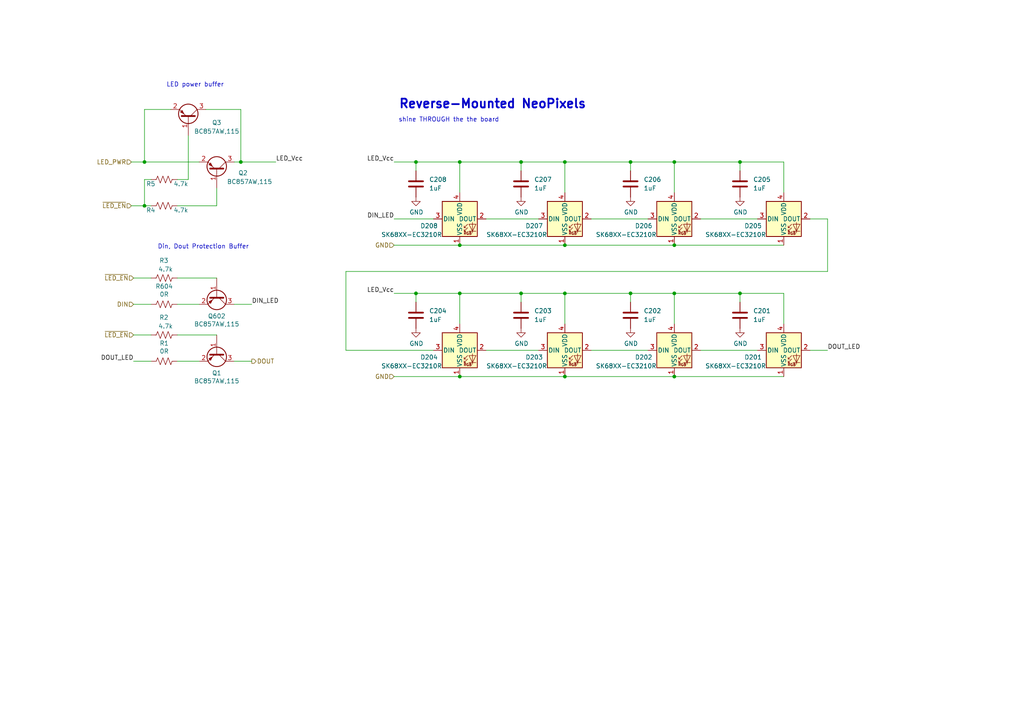
<source format=kicad_sch>
(kicad_sch (version 20230121) (generator eeschema)
  (paper "A4")
  (title_block (title "LED Driver") (date "2021-12-10") (rev "A1") (company "Sierra Lobo, Inc.") (comment 1 "C. Hillis") (comment 2 "C. Kornowski"))
  (lib_symbols
    (symbol "CubeSat_Backplane:SK6812-EC321F" (pin_names (offset 0.254))
      (property "Reference" "D" (at 5.08 5.715 0))
      (property "Value" "SK6812-EC321F" (at 1.27 -5.715 0))
      (symbol "SK6812-EC321F_0_0"
        (text "RGB" (at 2.286 -4.191 0) (effects (font (size 0.762 0.762))))
      )
      (symbol "SK6812-EC321F_0_1"
        (polyline (pts (xy 1.27 -3.556) (xy 1.778 -3.556)))
        (polyline (pts (xy 1.27 -2.54) (xy 1.778 -2.54)))
        (polyline (pts (xy 4.699 -3.556) (xy 2.667 -3.556)))
        (polyline (pts (xy 2.286 -2.54) (xy 1.27 -3.556) (xy 1.27 -3.048)))
        (polyline (pts (xy 2.286 -1.524) (xy 1.27 -2.54) (xy 1.27 -2.032)))
        (polyline (pts (xy 3.683 -1.016) (xy 3.683 -3.556) (xy 3.683 -4.064)))
        (polyline (pts (xy 4.699 -1.524) (xy 2.667 -1.524) (xy 3.683 -3.556) (xy 4.699 -1.524)))
        (rectangle (start 5.08 5.08) (end -5.08 -5.08) (stroke (width 0.254)) (fill (type background)))
      )
      (symbol "SK6812-EC321F_1_1"
        (pin power_in line (at 0 -7.62 90) (length 2.54) (name "VSS") (number "1"))
        (pin output line (at 7.62 0 180) (length 2.54) (name "DOUT") (number "2"))
        (pin input line (at -7.62 0 0) (length 2.54) (name "DIN") (number "3"))
        (pin power_in line (at 0 7.62 270) (length 2.54) (name "VDD") (number "4"))
      )
    )
    (symbol "Device:C" (pin_numbers hide) (pin_names (offset 0.254))
      (property "Reference" "C" (at 0.635 2.54 0))
      (property "Value" "C" (at 0.635 -2.54 0))
      (symbol "C_0_1"
        (polyline (pts (xy -2.032 -0.762) (xy 2.032 -0.762)) (stroke (width 0.508)))
        (polyline (pts (xy -2.032 0.762) (xy 2.032 0.762)) (stroke (width 0.508)))
      )
      (symbol "C_1_1"
        (pin passive line (at 0 3.81 270) (length 2.794) (name "~") (number "1"))
        (pin passive line (at 0 -3.81 90) (length 2.794) (name "~") (number "2"))
      )
    )
    (symbol "SK6812-EC321F_1" (pin_names (offset 0.254))
      (property "Reference" "D" (at 5.08 5.715 0))
      (property "Value" "SK6812-EC321F_1" (at 1.27 -5.715 0))
      (symbol "SK6812-EC321F_1_0_0"
        (text "RGB" (at 2.286 -4.191 0) (effects (font (size 0.762 0.762))))
      )
      (symbol "SK6812-EC321F_1_0_1"
        (polyline (pts (xy 1.27 -3.556) (xy 1.778 -3.556)))
        (polyline (pts (xy 1.27 -2.54) (xy 1.778 -2.54)))
        (polyline (pts (xy 4.699 -3.556) (xy 2.667 -3.556)))
        (polyline (pts (xy 2.286 -2.54) (xy 1.27 -3.556) (xy 1.27 -3.048)))
        (polyline (pts (xy 2.286 -1.524) (xy 1.27 -2.54) (xy 1.27 -2.032)))
        (polyline (pts (xy 3.683 -1.016) (xy 3.683 -3.556) (xy 3.683 -4.064)))
        (polyline (pts (xy 4.699 -1.524) (xy 2.667 -1.524) (xy 3.683 -3.556) (xy 4.699 -1.524)))
        (rectangle (start 5.08 5.08) (end -5.08 -5.08) (stroke (width 0.254)) (fill (type background)))
      )
      (symbol "SK6812-EC321F_1_1_1"
        (pin power_in line (at 0 -7.62 90) (length 2.54) (name "VSS") (number "1"))
        (pin output line (at 7.62 0 180) (length 2.54) (name "DOUT") (number "2"))
        (pin input line (at -7.62 0 0) (length 2.54) (name "DIN") (number "3"))
        (pin power_in line (at 0 7.62 270) (length 2.54) (name "VDD") (number "4"))
      )
    )
    (symbol "SK6812-EC321F_2" (pin_names (offset 0.254))
      (property "Reference" "D" (at 5.08 5.715 0))
      (property "Value" "SK6812-EC321F_2" (at 1.27 -5.715 0))
      (symbol "SK6812-EC321F_2_0_0"
        (text "RGB" (at 2.286 -4.191 0) (effects (font (size 0.762 0.762))))
      )
      (symbol "SK6812-EC321F_2_0_1"
        (polyline (pts (xy 1.27 -3.556) (xy 1.778 -3.556)))
        (polyline (pts (xy 1.27 -2.54) (xy 1.778 -2.54)))
        (polyline (pts (xy 4.699 -3.556) (xy 2.667 -3.556)))
        (polyline (pts (xy 2.286 -2.54) (xy 1.27 -3.556) (xy 1.27 -3.048)))
        (polyline (pts (xy 2.286 -1.524) (xy 1.27 -2.54) (xy 1.27 -2.032)))
        (polyline (pts (xy 3.683 -1.016) (xy 3.683 -3.556) (xy 3.683 -4.064)))
        (polyline (pts (xy 4.699 -1.524) (xy 2.667 -1.524) (xy 3.683 -3.556) (xy 4.699 -1.524)))
        (rectangle (start 5.08 5.08) (end -5.08 -5.08) (stroke (width 0.254)) (fill (type background)))
      )
      (symbol "SK6812-EC321F_2_1_1"
        (pin power_in line (at 0 -7.62 90) (length 2.54) (name "VSS") (number "1"))
        (pin output line (at 7.62 0 180) (length 2.54) (name "DOUT") (number "2"))
        (pin input line (at -7.62 0 0) (length 2.54) (name "DIN") (number "3"))
        (pin power_in line (at 0 7.62 270) (length 2.54) (name "VDD") (number "4"))
      )
    )
    (symbol "SK6812-EC321F_3" (pin_names (offset 0.254))
      (property "Reference" "D" (at 5.08 5.715 0))
      (property "Value" "SK6812-EC321F_3" (at 1.27 -5.715 0))
      (symbol "SK6812-EC321F_3_0_0"
        (text "RGB" (at 2.286 -4.191 0) (effects (font (size 0.762 0.762))))
      )
      (symbol "SK6812-EC321F_3_0_1"
        (polyline (pts (xy 1.27 -3.556) (xy 1.778 -3.556)))
        (polyline (pts (xy 1.27 -2.54) (xy 1.778 -2.54)))
        (polyline (pts (xy 4.699 -3.556) (xy 2.667 -3.556)))
        (polyline (pts (xy 2.286 -2.54) (xy 1.27 -3.556) (xy 1.27 -3.048)))
        (polyline (pts (xy 2.286 -1.524) (xy 1.27 -2.54) (xy 1.27 -2.032)))
        (polyline (pts (xy 3.683 -1.016) (xy 3.683 -3.556) (xy 3.683 -4.064)))
        (polyline (pts (xy 4.699 -1.524) (xy 2.667 -1.524) (xy 3.683 -3.556) (xy 4.699 -1.524)))
        (rectangle (start 5.08 5.08) (end -5.08 -5.08) (stroke (width 0.254)) (fill (type background)))
      )
      (symbol "SK6812-EC321F_3_1_1"
        (pin power_in line (at 0 -7.62 90) (length 2.54) (name "VSS") (number "1"))
        (pin output line (at 7.62 0 180) (length 2.54) (name "DOUT") (number "2"))
        (pin input line (at -7.62 0 0) (length 2.54) (name "DIN") (number "3"))
        (pin power_in line (at 0 7.62 270) (length 2.54) (name "VDD") (number "4"))
      )
    )
    (symbol "SK6812-EC321F_4" (pin_names (offset 0.254))
      (property "Reference" "D" (at 5.08 5.715 0))
      (property "Value" "SK6812-EC321F_4" (at 1.27 -5.715 0))
      (symbol "SK6812-EC321F_4_0_0"
        (text "RGB" (at 2.286 -4.191 0) (effects (font (size 0.762 0.762))))
      )
      (symbol "SK6812-EC321F_4_0_1"
        (polyline (pts (xy 1.27 -3.556) (xy 1.778 -3.556)))
        (polyline (pts (xy 1.27 -2.54) (xy 1.778 -2.54)))
        (polyline (pts (xy 4.699 -3.556) (xy 2.667 -3.556)))
        (polyline (pts (xy 2.286 -2.54) (xy 1.27 -3.556) (xy 1.27 -3.048)))
        (polyline (pts (xy 2.286 -1.524) (xy 1.27 -2.54) (xy 1.27 -2.032)))
        (polyline (pts (xy 3.683 -1.016) (xy 3.683 -3.556) (xy 3.683 -4.064)))
        (polyline (pts (xy 4.699 -1.524) (xy 2.667 -1.524) (xy 3.683 -3.556) (xy 4.699 -1.524)))
        (rectangle (start 5.08 5.08) (end -5.08 -5.08) (stroke (width 0.254)) (fill (type background)))
      )
      (symbol "SK6812-EC321F_4_1_1"
        (pin power_in line (at 0 -7.62 90) (length 2.54) (name "VSS") (number "1"))
        (pin output line (at 7.62 0 180) (length 2.54) (name "DOUT") (number "2"))
        (pin input line (at -7.62 0 0) (length 2.54) (name "DIN") (number "3"))
        (pin power_in line (at 0 7.62 270) (length 2.54) (name "VDD") (number "4"))
      )
    )
    (symbol "SK6812-EC321F_5" (pin_names (offset 0.254))
      (property "Reference" "D" (at 5.08 5.715 0))
      (property "Value" "SK6812-EC321F_5" (at 1.27 -5.715 0))
      (symbol "SK6812-EC321F_5_0_0"
        (text "RGB" (at 2.286 -4.191 0) (effects (font (size 0.762 0.762))))
      )
      (symbol "SK6812-EC321F_5_0_1"
        (polyline (pts (xy 1.27 -3.556) (xy 1.778 -3.556)))
        (polyline (pts (xy 1.27 -2.54) (xy 1.778 -2.54)))
        (polyline (pts (xy 4.699 -3.556) (xy 2.667 -3.556)))
        (polyline (pts (xy 2.286 -2.54) (xy 1.27 -3.556) (xy 1.27 -3.048)))
        (polyline (pts (xy 2.286 -1.524) (xy 1.27 -2.54) (xy 1.27 -2.032)))
        (polyline (pts (xy 3.683 -1.016) (xy 3.683 -3.556) (xy 3.683 -4.064)))
        (polyline (pts (xy 4.699 -1.524) (xy 2.667 -1.524) (xy 3.683 -3.556) (xy 4.699 -1.524)))
        (rectangle (start 5.08 5.08) (end -5.08 -5.08) (stroke (width 0.254)) (fill (type background)))
      )
      (symbol "SK6812-EC321F_5_1_1"
        (pin power_in line (at 0 -7.62 90) (length 2.54) (name "VSS") (number "1"))
        (pin output line (at 7.62 0 180) (length 2.54) (name "DOUT") (number "2"))
        (pin input line (at -7.62 0 0) (length 2.54) (name "DIN") (number "3"))
        (pin power_in line (at 0 7.62 270) (length 2.54) (name "VDD") (number "4"))
      )
    )
    (symbol "SK6812-EC321F_6" (pin_names (offset 0.254))
      (property "Reference" "D" (at 5.08 5.715 0))
      (property "Value" "SK6812-EC321F_6" (at 1.27 -5.715 0))
      (symbol "SK6812-EC321F_6_0_0"
        (text "RGB" (at 2.286 -4.191 0) (effects (font (size 0.762 0.762))))
      )
      (symbol "SK6812-EC321F_6_0_1"
        (polyline (pts (xy 1.27 -3.556) (xy 1.778 -3.556)))
        (polyline (pts (xy 1.27 -2.54) (xy 1.778 -2.54)))
        (polyline (pts (xy 4.699 -3.556) (xy 2.667 -3.556)))
        (polyline (pts (xy 2.286 -2.54) (xy 1.27 -3.556) (xy 1.27 -3.048)))
        (polyline (pts (xy 2.286 -1.524) (xy 1.27 -2.54) (xy 1.27 -2.032)))
        (polyline (pts (xy 3.683 -1.016) (xy 3.683 -3.556) (xy 3.683 -4.064)))
        (polyline (pts (xy 4.699 -1.524) (xy 2.667 -1.524) (xy 3.683 -3.556) (xy 4.699 -1.524)))
        (rectangle (start 5.08 5.08) (end -5.08 -5.08) (stroke (width 0.254)) (fill (type background)))
      )
      (symbol "SK6812-EC321F_6_1_1"
        (pin power_in line (at 0 -7.62 90) (length 2.54) (name "VSS") (number "1"))
        (pin output line (at 7.62 0 180) (length 2.54) (name "DOUT") (number "2"))
        (pin input line (at -7.62 0 0) (length 2.54) (name "DIN") (number "3"))
        (pin power_in line (at 0 7.62 270) (length 2.54) (name "VDD") (number "4"))
      )
    )
    (symbol "SK6812-EC321F_7" (pin_names (offset 0.254))
      (property "Reference" "D" (at 5.08 5.715 0))
      (property "Value" "SK6812-EC321F_7" (at 1.27 -5.715 0))
      (symbol "SK6812-EC321F_7_0_0"
        (text "RGB" (at 2.286 -4.191 0) (effects (font (size 0.762 0.762))))
      )
      (symbol "SK6812-EC321F_7_0_1"
        (polyline (pts (xy 1.27 -3.556) (xy 1.778 -3.556)))
        (polyline (pts (xy 1.27 -2.54) (xy 1.778 -2.54)))
        (polyline (pts (xy 4.699 -3.556) (xy 2.667 -3.556)))
        (polyline (pts (xy 2.286 -2.54) (xy 1.27 -3.556) (xy 1.27 -3.048)))
        (polyline (pts (xy 2.286 -1.524) (xy 1.27 -2.54) (xy 1.27 -2.032)))
        (polyline (pts (xy 3.683 -1.016) (xy 3.683 -3.556) (xy 3.683 -4.064)))
        (polyline (pts (xy 4.699 -1.524) (xy 2.667 -1.524) (xy 3.683 -3.556) (xy 4.699 -1.524)))
        (rectangle (start 5.08 5.08) (end -5.08 -5.08) (stroke (width 0.254)) (fill (type background)))
      )
      (symbol "SK6812-EC321F_7_1_1"
        (pin power_in line (at 0 -7.62 90) (length 2.54) (name "VSS") (number "1"))
        (pin output line (at 7.62 0 180) (length 2.54) (name "DOUT") (number "2"))
        (pin input line (at -7.62 0 0) (length 2.54) (name "DIN") (number "3"))
        (pin power_in line (at 0 7.62 270) (length 2.54) (name "VDD") (number "4"))
      )
    )
    (symbol "backplane-rescue:GND-power" (power) (pin_names (offset 0))
      (property "Value" "GND-power" (at 0 -3.81 0))
      (symbol "GND-power_0_1"
        (polyline (pts (xy 0 0) (xy 0 -1.27) (xy 1.27 -1.27) (xy 0 -2.54) (xy -1.27 -1.27) (xy 0 -1.27)))
      )
      (symbol "GND-power_1_1"
        (pin power_in line (at 0 0 270) (length 0) hide (name "GND") (number "1"))
      )
    )
    (symbol "backplane-rescue:Q_PNP_BEC-Device" (pin_names (offset 0) hide)
      (property "Reference" "Q" (at 5.08 1.27 0))
      (property "Value" "Q_PNP_BEC-Device" (at 5.08 -1.27 0))
      (symbol "Q_PNP_BEC-Device_0_1"
        (polyline (pts (xy 0.635 0.635) (xy 2.54 2.54)))
        (polyline (pts (xy 0.635 -0.635) (xy 2.54 -2.54) (xy 2.54 -2.54)))
        (polyline (pts (xy 0.635 1.905) (xy 0.635 -1.905) (xy 0.635 -1.905)) (stroke (width 0.508)))
        (polyline (pts (xy 2.286 -1.778) (xy 1.778 -2.286) (xy 1.27 -1.27) (xy 2.286 -1.778) (xy 2.286 -1.778)) (fill (type outline)))
        (circle (center 1.27 0) (radius 2.8194) (stroke (width 0.254)))
      )
      (symbol "Q_PNP_BEC-Device_1_1"
        (pin input line (at -5.08 0 0) (length 5.715) (name "B") (number "1"))
        (pin passive line (at 2.54 -5.08 90) (length 2.54) (name "E") (number "2"))
        (pin passive line (at 2.54 5.08 270) (length 2.54) (name "C") (number "3"))
      )
    )
    (symbol "backplane-rescue:R_US-Device" (pin_numbers hide) (pin_names (offset 0))
      (property "Reference" "R" (at 2.54 0 90))
      (property "Value" "R_US-Device" (at -2.54 0 90))
      (symbol "R_US-Device_0_1"
        (polyline (pts (xy 0 -2.286) (xy 0 -2.54)))
        (polyline (pts (xy 0 2.286) (xy 0 2.54)))
        (polyline (pts (xy 0 -0.762) (xy 1.016 -1.143) (xy 0 -1.524) (xy -1.016 -1.905) (xy 0 -2.286)))
        (polyline (pts (xy 0 0.762) (xy 1.016 0.381) (xy 0 0) (xy -1.016 -0.381) (xy 0 -0.762)))
        (polyline (pts (xy 0 2.286) (xy 1.016 1.905) (xy 0 1.524) (xy -1.016 1.143) (xy 0 0.762)))
      )
      (symbol "R_US-Device_1_1"
        (pin passive line (at 0 3.81 270) (length 1.27) (name "~") (number "1"))
        (pin passive line (at 0 -3.81 90) (length 1.27) (name "~") (number "2"))
      )
    )
  )
  (junction (at 151.13 85.09))
  (junction (at 151.13 46.99))
  (junction (at 214.63 85.09))
  (junction (at 120.65 46.99))
  (junction (at 41.91 46.99))
  (junction (at 133.35 85.09))
  (junction (at 182.88 46.99))
  (junction (at 120.65 85.09))
  (junction (at 163.83 71.12))
  (junction (at 163.83 109.22))
  (junction (at 41.91 59.69))
  (junction (at 195.58 71.12))
  (junction (at 182.88 85.09))
  (junction (at 133.35 46.99))
  (junction (at 195.58 85.09))
  (junction (at 214.63 46.99))
  (junction (at 195.58 109.22))
  (junction (at 133.35 71.12))
  (junction (at 163.83 85.09))
  (junction (at 69.85 46.99))
  (junction (at 133.35 109.22))
  (junction (at 163.83 46.99))
  (junction (at 195.58 46.99))
  (wire (pts (xy 214.63 46.99) (xy 227.33 46.99)))
  (wire (pts (xy 51.435 80.645) (xy 62.865 80.645)))
  (wire (pts (xy 114.3 63.5) (xy 125.73 63.5)))
  (wire (pts (xy 114.3 85.09) (xy 120.65 85.09)))
  (wire (pts (xy 203.2 101.6) (xy 219.71 101.6)))
  (wire (pts (xy 163.83 109.22) (xy 195.58 109.22)))
  (wire (pts (xy 182.88 85.09) (xy 182.88 87.63)))
  (wire (pts (xy 43.815 88.265) (xy 38.735 88.265)))
  (wire (pts (xy 57.785 104.775) (xy 51.435 104.775)))
  (wire (pts (xy 114.3 109.22) (xy 133.35 109.22)))
  (wire (pts (xy 214.63 85.09) (xy 227.33 85.09)))
  (wire (pts (xy 62.865 59.69) (xy 51.435 59.69)))
  (wire (pts (xy 140.97 101.6) (xy 156.21 101.6)))
  (wire (pts (xy 163.83 71.12) (xy 195.58 71.12)))
  (wire (pts (xy 69.85 31.75) (xy 69.85 46.99)))
  (wire (pts (xy 195.58 109.22) (xy 227.33 109.22)))
  (wire (pts (xy 182.88 85.09) (xy 195.58 85.09)))
  (wire (pts (xy 120.65 85.09) (xy 120.65 87.63)))
  (wire (pts (xy 227.33 85.09) (xy 227.33 93.98)))
  (wire (pts (xy 151.13 46.99) (xy 151.13 49.53)))
  (wire (pts (xy 120.65 85.09) (xy 133.35 85.09)))
  (wire (pts (xy 133.35 46.99) (xy 151.13 46.99)))
  (wire (pts (xy 234.95 63.5) (xy 240.03 63.5)))
  (wire (pts (xy 163.83 46.99) (xy 163.83 55.88)))
  (wire (pts (xy 67.945 104.775) (xy 73.025 104.775)))
  (wire (pts (xy 100.33 101.6) (xy 125.73 101.6)))
  (wire (pts (xy 163.83 85.09) (xy 182.88 85.09)))
  (wire (pts (xy 59.69 31.75) (xy 69.85 31.75)))
  (wire (pts (xy 69.85 46.99) (xy 80.01 46.99)))
  (wire (pts (xy 214.63 46.99) (xy 214.63 49.53)))
  (wire (pts (xy 41.91 46.99) (xy 57.785 46.99)))
  (wire (pts (xy 195.58 71.12) (xy 227.33 71.12)))
  (wire (pts (xy 43.815 104.775) (xy 38.735 104.775)))
  (wire (pts (xy 114.3 71.12) (xy 133.35 71.12)))
  (wire (pts (xy 62.865 54.61) (xy 62.865 59.69)))
  (wire (pts (xy 41.91 52.07) (xy 41.91 59.69)))
  (wire (pts (xy 151.13 85.09) (xy 151.13 87.63)))
  (wire (pts (xy 195.58 85.09) (xy 214.63 85.09)))
  (wire (pts (xy 38.1 46.99) (xy 41.91 46.99)))
  (wire (pts (xy 133.35 46.99) (xy 133.35 55.88)))
  (wire (pts (xy 41.91 31.75) (xy 49.53 31.75)))
  (wire (pts (xy 133.35 85.09) (xy 133.35 93.98)))
  (wire (pts (xy 120.65 46.99) (xy 120.65 49.53)))
  (wire (pts (xy 133.35 109.22) (xy 163.83 109.22)))
  (wire (pts (xy 38.735 97.155) (xy 43.815 97.155)))
  (wire (pts (xy 57.785 88.265) (xy 51.435 88.265)))
  (wire (pts (xy 51.435 52.07) (xy 54.61 52.07)))
  (wire (pts (xy 163.83 85.09) (xy 163.83 93.98)))
  (wire (pts (xy 151.13 85.09) (xy 163.83 85.09)))
  (wire (pts (xy 38.735 80.645) (xy 43.815 80.645)))
  (wire (pts (xy 227.33 46.99) (xy 227.33 55.88)))
  (wire (pts (xy 43.815 52.07) (xy 41.91 52.07)))
  (wire (pts (xy 195.58 46.99) (xy 214.63 46.99)))
  (wire (pts (xy 214.63 85.09) (xy 214.63 87.63)))
  (wire (pts (xy 67.945 88.265) (xy 73.025 88.265)))
  (wire (pts (xy 203.2 63.5) (xy 219.71 63.5)))
  (wire (pts (xy 140.97 63.5) (xy 156.21 63.5)))
  (wire (pts (xy 38.1 59.69) (xy 41.91 59.69)))
  (wire (pts (xy 171.45 101.6) (xy 187.96 101.6)))
  (wire (pts (xy 171.45 63.5) (xy 187.96 63.5)))
  (wire (pts (xy 41.91 59.69) (xy 43.815 59.69)))
  (wire (pts (xy 182.88 46.99) (xy 182.88 49.53)))
  (wire (pts (xy 41.91 31.75) (xy 41.91 46.99)))
  (wire (pts (xy 234.95 101.6) (xy 240.03 101.6)))
  (wire (pts (xy 182.88 46.99) (xy 195.58 46.99)))
  (wire (pts (xy 120.65 46.99) (xy 133.35 46.99)))
  (wire (pts (xy 195.58 85.09) (xy 195.58 93.98)))
  (wire (pts (xy 51.435 97.155) (xy 62.865 97.155)))
  (wire (pts (xy 133.35 71.12) (xy 163.83 71.12)))
  (wire (pts (xy 69.85 46.99) (xy 67.945 46.99)))
  (wire (pts (xy 151.13 46.99) (xy 163.83 46.99)))
  (wire (pts (xy 54.61 39.37) (xy 54.61 52.07)))
  (wire (pts (xy 240.03 63.5) (xy 240.03 78.74)))
  (wire (pts (xy 240.03 78.74) (xy 100.33 78.74)))
  (wire (pts (xy 163.83 46.99) (xy 182.88 46.99)))
  (wire (pts (xy 195.58 46.99) (xy 195.58 55.88)))
  (wire (pts (xy 114.3 46.99) (xy 120.65 46.99)))
  (wire (pts (xy 100.33 78.74) (xy 100.33 101.6)))
  (wire (pts (xy 133.35 85.09) (xy 151.13 85.09)))
  (text "shine THROUGH the the board" (at 115.57 35.56 0) (effects (font (size 1.27 1.27)) (justify left bottom)))
  (text "Reverse-Mounted NeoPixels" (at 115.57 31.75 0) (effects (font (size 2.54 2.54) (thickness 0.508) bold) (justify left bottom)))
  (text "Din, Dout Protection Buffer" (at 45.72 72.39 0) (effects (font (size 1.27 1.27)) (justify left bottom)))
  (text "LED power buffer" (at 48.26 25.4 0) (effects (font (size 1.27 1.27)) (justify left bottom)))
  (label "DIN_LED" (at 73.025 88.265 0))
  (label "DOUT_LED" (at 38.735 104.775 180))
  (label "DIN_LED" (at 114.3 63.5 180))
  (label "DOUT_LED" (at 240.03 101.6 0))
  (label "LED_Vcc" (at 80.01 46.99 0))
  (label "LED_Vcc" (at 114.3 46.99 180))
  (label "LED_Vcc" (at 114.3 85.09 180))
  (hierarchical_label "~{LED_EN}" (shape input) (at 38.735 80.645 180) (effects (font (size 1.26 1.26))))
  (hierarchical_label "GND" (shape input) (at 114.3 109.22 180))
  (hierarchical_label "DOUT" (shape output) (at 73.025 104.775 0))
  (hierarchical_label "GND" (shape input) (at 114.3 71.12 180))
  (hierarchical_label "~{LED_EN}" (shape input) (at 38.735 97.155 180) (effects (font (size 1.26 1.26))))
  (hierarchical_label "LED_PWR" (shape input) (at 38.1 46.99 180))
  (hierarchical_label "DIN" (shape input) (at 38.735 88.265 180))
  (hierarchical_label "~{LED_EN}" (shape input) (at 38.1 59.69 180) (effects (font (size 1.26 1.26))))
  (symbol (lib_id "backplane-rescue:R_US-Device") (at 47.625 88.265 270) (unit 1)
    (property "Reference" "R604" (at 47.625 83.058 90))
    (property "Value" "0R" (at 47.625 85.3694 90))
    (property "Footprint" "Resistor_SMD:R_0402_1005Metric" (effects hide))
  )
  (symbol (lib_id "backplane-rescue:Q_PNP_BEC-Device") (at 62.865 85.725 270) (unit 1)
    (property "Reference" "Q602" (at 62.865 91.694 90))
    (property "Value" "BC857AW,115" (at 62.865 94.0054 90))
    (property "Footprint" "Package_TO_SOT_SMD:SOT-323_SC-70" (effects hide))
  )
  (symbol (lib_id "CubeSat_Backplane:SK6812-EC321F") (at 227.33 101.6 0) (unit 1)
    (property "Reference" "D201" (at 218.44 103.6193 0))
    (property "Value" "SK68XX-EC3210R" (at 213.36 106.1593 0))
    (property "Footprint" "CubeSat_Backplane:SK6812-EC3210F" (effects hide))
    (property "Datasheet" "https://cdn-shop.adafruit.com/product-files/1138/SK6812+LED+datasheet+.pdf" (effects hide))
  )
  (symbol (lib_name "SK6812-EC321F_4") (lib_id "CubeSat_Backplane:SK6812-EC321F") (at 133.35 63.5 0) (unit 1)
    (property "Reference" "D208" (at 124.46 65.5193 0))
    (property "Value" "SK68XX-EC3210R" (at 119.38 68.0593 0))
    (property "Footprint" "CubeSat_Backplane:SK6812-EC3210F" (effects hide))
    (property "Datasheet" "https://cdn-shop.adafruit.com/product-files/1138/SK6812+LED+datasheet+.pdf" (effects hide))
  )
  (symbol (lib_id "Device:C") (at 151.13 91.44 0) (unit 1)
    (property "Reference" "C203" (at 154.94 90.1699 0) (effects (justify left)))
    (property "Value" "1uF" (at 154.94 92.7099 0) (effects (justify left)))
    (property "Footprint" "Capacitor_SMD:C_0603_1608Metric" (effects hide))
  )
  (symbol (lib_id "backplane-rescue:R_US-Device") (at 47.625 80.645 90) (unit 1)
    (property "Reference" "R3" (at 48.895 75.565 90) (effects (justify left)))
    (property "Value" "4.7k" (at 50.165 78.105 90) (effects (justify left)))
    (property "Footprint" "Resistor_SMD:R_0402_1005Metric" (effects hide))
  )
  (symbol (lib_id "backplane-rescue:GND-power") (at 182.88 57.15 0) (unit 1)
    (property "Reference" "#PWR0102" (effects hide))
    (property "Value" "GND" (at 183.007 61.5442 0))
  )
  (symbol (lib_id "backplane-rescue:GND-power") (at 120.65 95.25 0) (unit 1)
    (property "Reference" "#PWR0113" (effects hide))
    (property "Value" "GND" (at 120.777 99.6442 0))
  )
  (symbol (lib_id "backplane-rescue:Q_PNP_BEC-Device") (at 62.865 49.53 270) (mirror x) (unit 1)
    (property "Reference" "Q2" (at 70.485 50.165 90))
    (property "Value" "BC857AW,115" (at 72.39 52.705 90))
    (property "Footprint" "Package_TO_SOT_SMD:SOT-323_SC-70" (effects hide))
  )
  (symbol (lib_id "Device:C") (at 214.63 53.34 0) (unit 1)
    (property "Reference" "C205" (at 218.44 52.0699 0) (effects (justify left)))
    (property "Value" "1uF" (at 218.44 54.6099 0) (effects (justify left)))
    (property "Footprint" "Capacitor_SMD:C_0603_1608Metric" (effects hide))
  )
  (symbol (lib_id "backplane-rescue:R_US-Device") (at 47.625 104.775 270) (unit 1)
    (property "Reference" "R1" (at 47.625 99.568 90))
    (property "Value" "0R" (at 47.625 101.8794 90))
    (property "Footprint" "Resistor_SMD:R_0402_1005Metric" (effects hide))
  )
  (symbol (lib_id "backplane-rescue:GND-power") (at 151.13 95.25 0) (unit 1)
    (property "Reference" "#PWR0109" (effects hide))
    (property "Value" "GND" (at 151.257 99.6442 0))
  )
  (symbol (lib_id "backplane-rescue:GND-power") (at 214.63 95.25 0) (unit 1)
    (property "Reference" "#PWR0118" (effects hide))
    (property "Value" "GND" (at 214.757 99.6442 0))
  )
  (symbol (lib_name "SK6812-EC321F_1") (lib_id "CubeSat_Backplane:SK6812-EC321F") (at 195.58 101.6 0) (unit 1)
    (property "Reference" "D202" (at 186.69 103.6193 0))
    (property "Value" "SK68XX-EC3210R" (at 181.61 106.1593 0))
    (property "Footprint" "CubeSat_Backplane:SK6812-EC3210F" (effects hide))
    (property "Datasheet" "https://cdn-shop.adafruit.com/product-files/1138/SK6812+LED+datasheet+.pdf" (effects hide))
  )
  (symbol (lib_id "backplane-rescue:GND-power") (at 151.13 57.15 0) (unit 1)
    (property "Reference" "#PWR0111" (effects hide))
    (property "Value" "GND" (at 151.257 61.5442 0))
  )
  (symbol (lib_name "SK6812-EC321F_2") (lib_id "CubeSat_Backplane:SK6812-EC321F") (at 133.35 101.6 0) (unit 1)
    (property "Reference" "D204" (at 124.46 103.6193 0))
    (property "Value" "SK68XX-EC3210R" (at 119.38 106.1593 0))
    (property "Footprint" "CubeSat_Backplane:SK6812-EC3210F" (effects hide))
    (property "Datasheet" "https://cdn-shop.adafruit.com/product-files/1138/SK6812+LED+datasheet+.pdf" (effects hide))
  )
  (symbol (lib_id "Device:C") (at 120.65 91.44 0) (unit 1)
    (property "Reference" "C204" (at 124.46 90.1699 0) (effects (justify left)))
    (property "Value" "1uF" (at 124.46 92.7099 0) (effects (justify left)))
    (property "Footprint" "Capacitor_SMD:C_0603_1608Metric" (effects hide))
  )
  (symbol (lib_name "SK6812-EC321F_5") (lib_id "CubeSat_Backplane:SK6812-EC321F") (at 227.33 63.5 0) (unit 1)
    (property "Reference" "D205" (at 218.44 65.5193 0))
    (property "Value" "SK68XX-EC3210R" (at 213.36 68.0593 0))
    (property "Footprint" "CubeSat_Backplane:SK6812-EC3210F" (effects hide))
    (property "Datasheet" "https://cdn-shop.adafruit.com/product-files/1138/SK6812+LED+datasheet+.pdf" (effects hide))
  )
  (symbol (lib_id "backplane-rescue:R_US-Device") (at 47.625 97.155 90) (unit 1)
    (property "Reference" "R2" (at 48.895 92.075 90) (effects (justify left)))
    (property "Value" "4.7k" (at 50.165 94.615 90) (effects (justify left)))
    (property "Footprint" "Resistor_SMD:R_0402_1005Metric" (effects hide))
  )
  (symbol (lib_id "Device:C") (at 120.65 53.34 0) (unit 1)
    (property "Reference" "C208" (at 124.46 52.0699 0) (effects (justify left)))
    (property "Value" "1uF" (at 124.46 54.6099 0) (effects (justify left)))
    (property "Footprint" "Capacitor_SMD:C_0603_1608Metric" (effects hide))
  )
  (symbol (lib_id "backplane-rescue:R_US-Device") (at 47.625 59.69 90) (unit 1)
    (property "Reference" "R4" (at 45.085 60.96 90) (effects (justify left)))
    (property "Value" "4.7k" (at 54.61 60.96 90) (effects (justify left)))
    (property "Footprint" "Resistor_SMD:R_0402_1005Metric" (effects hide))
  )
  (symbol (lib_id "backplane-rescue:Q_PNP_BEC-Device") (at 54.61 34.29 270) (mirror x) (unit 1)
    (property "Reference" "Q3" (at 62.865 35.56 90))
    (property "Value" "BC857AW,115" (at 62.865 38.1 90))
    (property "Footprint" "Package_TO_SOT_SMD:SOT-323_SC-70" (effects hide))
  )
  (symbol (lib_id "backplane-rescue:R_US-Device") (at 47.625 52.07 90) (unit 1)
    (property "Reference" "R5" (at 45.085 53.34 90) (effects (justify left)))
    (property "Value" "4.7k" (at 54.61 53.34 90) (effects (justify left)))
    (property "Footprint" "Resistor_SMD:R_0402_1005Metric" (effects hide))
  )
  (symbol (lib_id "Device:C") (at 214.63 91.44 0) (unit 1)
    (property "Reference" "C201" (at 218.44 90.1699 0) (effects (justify left)))
    (property "Value" "1uF" (at 218.44 92.7099 0) (effects (justify left)))
    (property "Footprint" "Capacitor_SMD:C_0603_1608Metric" (effects hide))
  )
  (symbol (lib_id "Device:C") (at 151.13 53.34 0) (unit 1)
    (property "Reference" "C207" (at 154.94 52.0699 0) (effects (justify left)))
    (property "Value" "1uF" (at 154.94 54.6099 0) (effects (justify left)))
    (property "Footprint" "Capacitor_SMD:C_0603_1608Metric" (effects hide))
  )
  (symbol (lib_name "SK6812-EC321F_6") (lib_id "CubeSat_Backplane:SK6812-EC321F") (at 163.83 101.6 0) (unit 1)
    (property "Reference" "D203" (at 154.94 103.6193 0))
    (property "Value" "SK68XX-EC3210R" (at 149.86 106.1593 0))
    (property "Footprint" "CubeSat_Backplane:SK6812-EC3210F" (effects hide))
    (property "Datasheet" "https://cdn-shop.adafruit.com/product-files/1138/SK6812+LED+datasheet+.pdf" (effects hide))
  )
  (symbol (lib_name "SK6812-EC321F_7") (lib_id "CubeSat_Backplane:SK6812-EC321F") (at 163.83 63.5 0) (unit 1)
    (property "Reference" "D207" (at 154.94 65.5193 0))
    (property "Value" "SK68XX-EC3210R" (at 149.86 68.0593 0))
    (property "Footprint" "CubeSat_Backplane:SK6812-EC3210F" (effects hide))
    (property "Datasheet" "https://cdn-shop.adafruit.com/product-files/1138/SK6812+LED+datasheet+.pdf" (effects hide))
  )
  (symbol (lib_id "backplane-rescue:Q_PNP_BEC-Device") (at 62.865 102.235 270) (unit 1)
    (property "Reference" "Q1" (at 62.865 108.204 90))
    (property "Value" "BC857AW,115" (at 62.865 110.5154 90))
    (property "Footprint" "Package_TO_SOT_SMD:SOT-323_SC-70" (effects hide))
  )
  (symbol (lib_id "backplane-rescue:GND-power") (at 214.63 57.15 0) (unit 1)
    (property "Reference" "#PWR0106" (effects hide))
    (property "Value" "GND" (at 214.757 61.5442 0))
  )
  (symbol (lib_id "Device:C") (at 182.88 53.34 0) (unit 1)
    (property "Reference" "C206" (at 186.69 52.0699 0) (effects (justify left)))
    (property "Value" "1uF" (at 186.69 54.6099 0) (effects (justify left)))
    (property "Footprint" "Capacitor_SMD:C_0603_1608Metric" (effects hide))
  )
  (symbol (lib_id "backplane-rescue:GND-power") (at 182.88 95.25 0) (unit 1)
    (property "Reference" "#PWR0105" (effects hide))
    (property "Value" "GND" (at 183.007 99.6442 0))
  )
  (symbol (lib_id "Device:C") (at 182.88 91.44 0) (unit 1)
    (property "Reference" "C202" (at 186.69 90.1699 0) (effects (justify left)))
    (property "Value" "1uF" (at 186.69 92.7099 0) (effects (justify left)))
    (property "Footprint" "Capacitor_SMD:C_0603_1608Metric" (effects hide))
  )
  (symbol (lib_id "backplane-rescue:GND-power") (at 120.65 57.15 0) (unit 1)
    (property "Reference" "#PWR0110" (effects hide))
    (property "Value" "GND" (at 120.777 61.5442 0))
  )
  (symbol (lib_name "SK6812-EC321F_3") (lib_id "CubeSat_Backplane:SK6812-EC321F") (at 195.58 63.5 0) (unit 1)
    (property "Reference" "D206" (at 186.69 65.5193 0))
    (property "Value" "SK68XX-EC3210R" (at 181.61 68.0593 0))
    (property "Footprint" "CubeSat_Backplane:SK6812-EC3210F" (effects hide))
    (property "Datasheet" "https://cdn-shop.adafruit.com/product-files/1138/SK6812+LED+datasheet+.pdf" (effects hide))
  )
)
</source>
